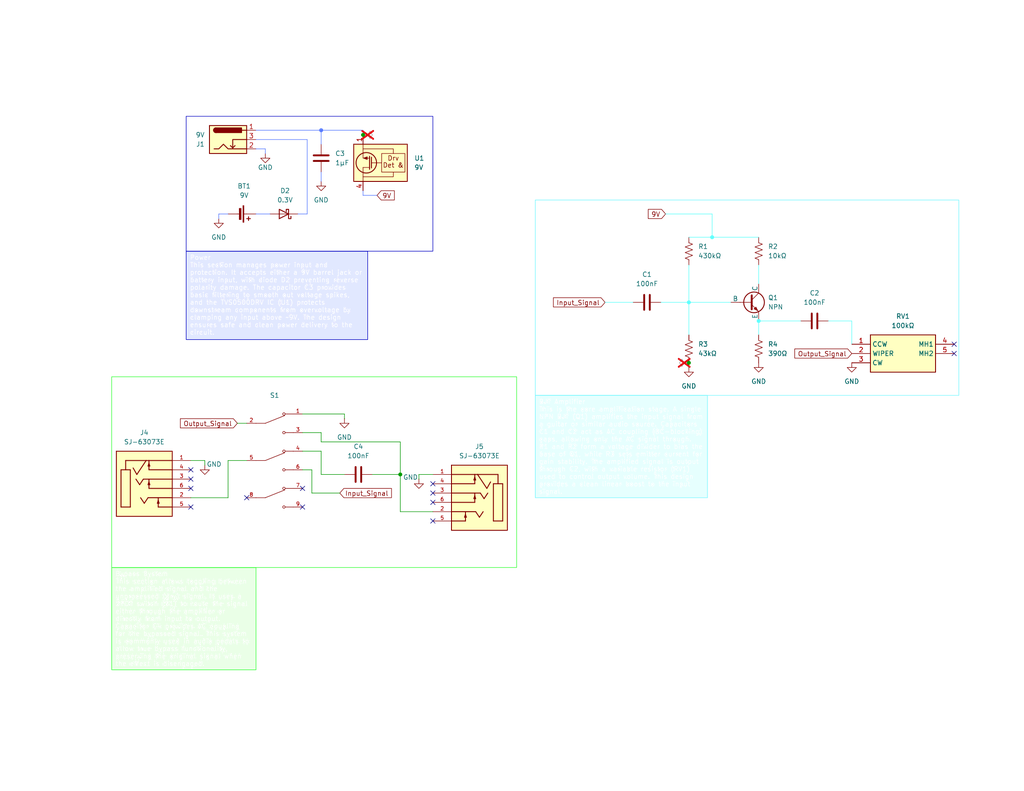
<source format=kicad_sch>
(kicad_sch (version 20250114) (generator "eeschema") (generator_version "9.0")
  (paper "A")
  (title_block (title "Linear Power Booster") (date "2025-06-23") (rev "1") (company "Robert Thomas") (comment 1 "true bypass switching, and power input protection.") (comment 2 "Linear guitar signal booster with BJT amplification, "))
  (lib_symbols
    (symbol "AUDIO JACK, 6.35 MM, HORIZONTAL,:SJ-63073E" (pin_names (offset 1.016))
      (property "Reference" "J" (at -7.62 8.382 0))
      (property "Value" "SJ-63073E" (at -7.62 -10.922 0))
      (symbol "SJ-63073E_0_0"
        (rectangle (start -7.62 -10.16) (end 7.62 7.62) (stroke (width 0.254)) (fill (type background)))
        (polyline (pts (xy -6.35 2.54) (xy -5.08 2.54)) (stroke (width 0.254)))
        (polyline (pts (xy -6.35 -7.62) (xy -6.35 2.54)) (stroke (width 0.254)))
        (polyline (pts (xy -5.08 5.08) (xy 0.508 5.08)) (stroke (width 0.254)))
        (polyline (pts (xy -5.08 2.54) (xy -5.08 5.08)) (stroke (width 0.254)))
        (polyline (pts (xy -5.08 2.54) (xy -3.81 2.54)) (stroke (width 0.254)))
        (polyline (pts (xy -3.81 2.54) (xy -3.81 -7.62)) (stroke (width 0.254)))
        (polyline (pts (xy -3.81 -7.62) (xy -6.35 -7.62)) (stroke (width 0.254)))
        (polyline (pts (xy -2.286 0) (xy -1.27 -1.524)) (stroke (width 0.254)))
        (polyline (pts (xy -2.032 1.27) (xy -3.048 3.048)) (stroke (width 0.254)))
        (polyline (pts (xy -1.27 -1.524) (xy -0.254 0)) (stroke (width 0.254)))
        (polyline (pts (xy -1.016 -5.08) (xy 0 -6.604)) (stroke (width 0.254)))
        (polyline (pts (xy -0.254 0) (xy 1.27 0)) (stroke (width 0.254)))
        (polyline (pts (xy 0 -6.604) (xy 1.016 -5.08)) (stroke (width 0.254)))
        (polyline (pts (xy 0.508 5.08) (xy -2.032 1.27)) (stroke (width 0.254)))
        (polyline (pts (xy 0.508 5.08) (xy 1.27 5.08)) (stroke (width 0.254)))
        (polyline (pts (xy 1.016 -5.08) (xy 3.81 -5.08)) (stroke (width 0.254)))
        (polyline (pts (xy 1.27 5.08) (xy 7.62 5.08)) (stroke (width 0.254)))
        (polyline (pts (xy 1.27 4.318) (xy 1.524 3.556) (xy 1.016 3.556) (xy 1.27 4.318)) (stroke (width 0.254)) (fill (type outline)))
        (polyline (pts (xy 1.27 2.54) (xy 1.27 5.08)) (stroke (width 0.254)))
        (polyline (pts (xy 1.27 2.54) (xy 7.62 2.54)) (stroke (width 0.254)))
        (polyline (pts (xy 1.27 0) (xy 7.62 0)) (stroke (width 0.254)))
        (polyline (pts (xy 1.27 -0.762) (xy 1.524 -1.524) (xy 1.016 -1.524) (xy 1.27 -0.762)) (stroke (width 0.254)) (fill (type outline)))
        (polyline (pts (xy 1.27 -2.54) (xy 1.27 0)) (stroke (width 0.254)))
        (polyline (pts (xy 1.27 -2.54) (xy 7.62 -2.54)) (stroke (width 0.254)))
        (polyline (pts (xy 3.81 -5.08) (xy 7.62 -5.08)) (stroke (width 0.254)))
        (polyline (pts (xy 3.81 -5.842) (xy 4.064 -6.604) (xy 3.556 -6.604) (xy 3.81 -5.842)) (stroke (width 0.254)) (fill (type outline)))
        (polyline (pts (xy 3.81 -7.62) (xy 3.81 -5.08)) (stroke (width 0.254)))
        (polyline (pts (xy 3.81 -7.62) (xy 7.62 -7.62)) (stroke (width 0.254)))
        (pin passive line (at 12.7 5.08 180) (length 5.08) (name "~") (number "1"))
        (pin passive line (at 12.7 2.54 180) (length 5.08) (name "~") (number "4"))
        (pin passive line (at 12.7 0 180) (length 5.08) (name "~") (number "3"))
        (pin passive line (at 12.7 -2.54 180) (length 5.08) (name "~") (number "6"))
        (pin passive line (at 12.7 -5.08 180) (length 5.08) (name "~") (number "2"))
        (pin passive line (at 12.7 -7.62 180) (length 5.08) (name "~") (number "5"))
      )
    )
    (symbol "Connector:Barrel_Jack_Switch" (pin_names (hide yes))
      (property "Reference" "J" (at 0 5.334 0))
      (property "Value" "Barrel_Jack_Switch" (at 0 -5.08 0))
      (symbol "Barrel_Jack_Switch_0_1"
        (rectangle (start -5.08 3.81) (end 5.08 -3.81) (stroke (width 0.254)) (fill (type background)))
        (polyline (pts (xy -3.81 -2.54) (xy -2.54 -2.54) (xy -1.27 -1.27) (xy 0 -2.54) (xy 2.54 -2.54) (xy 5.08 -2.54)) (stroke (width 0.254)))
        (arc (start -3.302 1.905) (mid -3.9343 2.54) (end -3.302 3.175) (stroke (width 0.254)))
        (arc (start -3.302 1.905) (mid -3.9343 2.54) (end -3.302 3.175) (stroke (width 0.254)) (fill (type outline)))
        (polyline (pts (xy 1.27 -2.286) (xy 1.905 -1.651)) (stroke (width 0.254)))
        (rectangle (start 3.683 3.175) (end -3.302 1.905) (stroke (width 0.254)) (fill (type outline)))
        (polyline (pts (xy 5.08 2.54) (xy 3.81 2.54)) (stroke (width 0.254)))
        (polyline (pts (xy 5.08 0) (xy 1.27 0) (xy 1.27 -2.286) (xy 0.635 -1.651)) (stroke (width 0.254)))
      )
      (symbol "Barrel_Jack_Switch_1_1"
        (pin passive line (at 7.62 2.54 180) (length 2.54) (name "~") (number "1"))
        (pin passive line (at 7.62 0 180) (length 2.54) (name "~") (number "3"))
        (pin passive line (at 7.62 -2.54 180) (length 2.54) (name "~") (number "2"))
      )
    )
    (symbol "Device:Battery_Cell" (pin_numbers (hide yes)) (pin_names (offset 0) (hide yes))
      (property "Reference" "BT" (at 2.54 2.54 0))
      (property "Value" "Battery_Cell" (at 2.54 0 0))
      (symbol "Battery_Cell_0_1"
        (rectangle (start -2.286 1.778) (end 2.286 1.524) (fill (type outline)))
        (rectangle (start -1.524 1.016) (end 1.524 0.508) (fill (type outline)))
        (polyline (pts (xy 0 1.778) (xy 0 2.54)))
        (polyline (pts (xy 0 0.762) (xy 0 0)))
        (polyline (pts (xy 0.762 3.048) (xy 1.778 3.048)) (stroke (width 0.254)))
        (polyline (pts (xy 1.27 3.556) (xy 1.27 2.54)) (stroke (width 0.254)))
      )
      (symbol "Battery_Cell_1_1"
        (pin passive line (at 0 5.08 270) (length 2.54) (name "+") (number "1"))
        (pin passive line (at 0 -2.54 90) (length 2.54) (name "-") (number "2"))
      )
    )
    (symbol "Device:C" (pin_numbers (hide yes)) (pin_names (offset 0.254))
      (property "Reference" "C" (at 0.635 2.54 0))
      (property "Value" "C" (at 0.635 -2.54 0))
      (symbol "C_0_1"
        (polyline (pts (xy -2.032 0.762) (xy 2.032 0.762)) (stroke (width 0.508)))
        (polyline (pts (xy -2.032 -0.762) (xy 2.032 -0.762)) (stroke (width 0.508)))
      )
      (symbol "C_1_1"
        (pin passive line (at 0 3.81 270) (length 2.794) (name "~") (number "1"))
        (pin passive line (at 0 -3.81 90) (length 2.794) (name "~") (number "2"))
      )
    )
    (symbol "Device:D_Schottky" (pin_numbers (hide yes)) (pin_names (offset 1.016) (hide yes))
      (property "Reference" "D" (at 0 2.54 0))
      (property "Value" "D_Schottky" (at 0 -2.54 0))
      (symbol "D_Schottky_0_1"
        (polyline (pts (xy -1.905 0.635) (xy -1.905 1.27) (xy -1.27 1.27) (xy -1.27 -1.27) (xy -0.635 -1.27) (xy -0.635 -0.635)) (stroke (width 0.254)))
        (polyline (pts (xy 1.27 1.27) (xy 1.27 -1.27) (xy -1.27 0) (xy 1.27 1.27)) (stroke (width 0.254)))
        (polyline (pts (xy 1.27 0) (xy -1.27 0)))
      )
      (symbol "D_Schottky_1_1"
        (pin passive line (at -3.81 0 0) (length 2.54) (name "K") (number "1"))
        (pin passive line (at 3.81 0 180) (length 2.54) (name "A") (number "2"))
      )
    )
    (symbol "Device:R_US" (pin_numbers (hide yes)) (pin_names (offset 0))
      (property "Reference" "R" (at 2.54 0 90))
      (property "Value" "R_US" (at -2.54 0 90))
      (symbol "R_US_0_1"
        (polyline (pts (xy 0 2.286) (xy 0 2.54)))
        (polyline (pts (xy 0 2.286) (xy 1.016 1.905) (xy 0 1.524) (xy -1.016 1.143) (xy 0 0.762)))
        (polyline (pts (xy 0 0.762) (xy 1.016 0.381) (xy 0 0) (xy -1.016 -0.381) (xy 0 -0.762)))
        (polyline (pts (xy 0 -0.762) (xy 1.016 -1.143) (xy 0 -1.524) (xy -1.016 -1.905) (xy 0 -2.286)))
        (polyline (pts (xy 0 -2.286) (xy 0 -2.54)))
      )
      (symbol "R_US_1_1"
        (pin passive line (at 0 3.81 270) (length 1.27) (name "~") (number "1"))
        (pin passive line (at 0 -3.81 90) (length 1.27) (name "~") (number "2"))
      )
    )
    (symbol "Potentiometers PANEL CONTROL - 9MM-ST-CARBON:PTV09A-4030F-A104"
      (property "Reference" "VR" (at 24.13 7.62 0))
      (property "Value" "PTV09A-4030F-A104" (at 24.13 5.08 0))
      (symbol "PTV09A-4030F-A104_1_1"
        (rectangle (start 5.08 2.54) (end 22.86 -7.62) (stroke (width 0.254)) (fill (type background)))
        (pin passive line (at 0 0 0) (length 5.08) (name "CCW") (number "1"))
        (pin passive line (at 0 -2.54 0) (length 5.08) (name "WIPER") (number "2"))
        (pin passive line (at 0 -5.08 0) (length 5.08) (name "CW") (number "3"))
        (pin passive line (at 27.94 0 180) (length 5.08) (name "MH1") (number "4"))
        (pin passive line (at 27.94 -2.54 180) (length 5.08) (name "MH2") (number "5"))
      )
    )
    (symbol "Power_Protection:TVS0500DRV" (pin_names (offset 0) (hide yes))
      (property "Reference" "U" (at 2.54 1.27 0))
      (property "Value" "TVS0500DRV" (at 2.54 -1.27 0))
      (symbol "TVS0500DRV_0_0"
        (rectangle (start -11.43 2.54) (end -5.08 -2.54))
        (polyline (pts (xy -8.255 2.54) (xy -8.255 3.81) (xy 0 3.81)))
        (polyline (pts (xy -8.255 -2.54) (xy -8.255 -3.81) (xy 0 -3.81)))
        (polyline (pts (xy 0 1.27) (xy -1.778 1.27)))
        (text "Det &" (at -8.255 0.635 0) (effects (font (size 1.27 1.27))))
        (text "Drv" (at -8.255 -1.27 0) (effects (font (size 1.27 1.27))))
      )
      (symbol "TVS0500DRV_0_1"
        (rectangle (start -12.065 5.08) (end 2.54 -5.08) (stroke (width 0.254)) (fill (type background)))
        (polyline (pts (xy -2.286 1.397) (xy -2.286 -1.524)) (stroke (width 0.254)))
        (polyline (pts (xy -2.286 0) (xy -5.08 0)))
        (polyline (pts (xy -1.778 1.778) (xy -1.778 -1.778)) (stroke (width 0.254)))
        (circle (center -0.889 0) (radius 2.794) (stroke (width 0.254)))
        (polyline (pts (xy -0.127 -1.27) (xy -1.143 -1.651) (xy -1.143 -0.889) (xy -0.127 -1.27)) (fill (type outline)))
        (polyline (pts (xy 0 5.08) (xy 0 2.54)))
        (polyline (pts (xy 0 2.54) (xy 0 1.27)))
        (polyline (pts (xy 0 -2.54) (xy 0 -5.08)))
        (polyline (pts (xy 0 -2.54) (xy 0 -1.27) (xy -1.778 -1.27)))
      )
      (symbol "TVS0500DRV_1_1"
        (pin passive line (at 0 7.62 270) (length 2.54) (name "IN") (number "4"))
        (pin passive line (at 0 7.62 270) (length 2.54) (hide yes) (name "IN") (number "5"))
        (pin passive line (at 0 7.62 270) (length 2.54) (hide yes) (name "IN") (number "6"))
        (pin power_in line (at 0 -7.62 90) (length 2.54) (name "GND") (number "1"))
        (pin passive line (at 0 -7.62 90) (length 2.54) (hide yes) (name "GND") (number "2"))
        (pin passive line (at 0 -7.62 90) (length 2.54) (hide yes) (name "GND") (number "3"))
        (pin passive line (at 0 -7.62 90) (length 2.54) (hide yes) (name "GND") (number "7"))
      )
    )
    (symbol "Simulation_SPICE:NPN" (pin_numbers (hide yes)) (pin_names (offset 0))
      (property "Reference" "Q" (at -2.54 7.62 0))
      (property "Value" "NPN" (at -2.54 5.08 0))
      (symbol "NPN_0_1"
        (polyline (pts (xy -2.54 0) (xy 0.635 0)) (stroke (width 0.1524)))
        (polyline (pts (xy 0.635 1.905) (xy 0.635 -1.905) (xy 0.635 -1.905)) (stroke (width 0.508)))
        (polyline (pts (xy 0.635 0.635) (xy 2.54 2.54)))
        (polyline (pts (xy 0.635 -0.635) (xy 2.54 -2.54) (xy 2.54 -2.54)))
        (circle (center 1.27 0) (radius 2.8194) (stroke (width 0.254)))
        (polyline (pts (xy 1.27 -1.778) (xy 1.778 -1.27) (xy 2.286 -2.286) (xy 1.27 -1.778) (xy 1.27 -1.778)) (fill (type outline)))
        (polyline (pts (xy 2.794 -1.27) (xy 2.794 -1.27)) (stroke (width 0.1524)))
        (polyline (pts (xy 2.794 -1.27) (xy 2.794 -1.27)) (stroke (width 0.1524)))
      )
      (symbol "NPN_1_1"
        (pin input line (at -5.08 0 0) (length 2.54) (name "B") (number "2"))
        (pin open_collector line (at 2.54 5.08 270) (length 2.54) (name "C") (number "1"))
        (pin open_emitter line (at 2.54 -5.08 90) (length 2.54) (name "E") (number "3"))
      )
    )
    (symbol "Stomp_Switch:FS57003PLT2B2M2QE" (pin_names (offset 1.016))
      (property "Reference" "S" (at -2.54 15.24 0))
      (property "Value" "FS57003PLT2B2M2QE" (at -2.54 -15.24 0))
      (symbol "FS57003PLT2B2M2QE_0_0"
        (polyline (pts (xy -2.54 10.16) (xy -5.08 10.16)) (stroke (width 0.1524)))
        (polyline (pts (xy -2.54 10.16) (xy 2.794 12.2936)) (stroke (width 0.1524)))
        (polyline (pts (xy -2.54 0) (xy -5.08 0)) (stroke (width 0.1524)))
        (polyline (pts (xy -2.54 0) (xy 2.794 2.1336)) (stroke (width 0.1524)))
        (polyline (pts (xy -2.54 -10.16) (xy -5.08 -10.16)) (stroke (width 0.1524)))
        (polyline (pts (xy -2.54 -10.16) (xy 2.794 -8.0264)) (stroke (width 0.1524)))
        (circle (center 2.54 12.7) (radius 0.3302) (stroke (width 0.1524)))
        (circle (center 2.54 7.62) (radius 0.3302) (stroke (width 0.1524)))
        (circle (center 2.54 2.54) (radius 0.3302) (stroke (width 0.1524)))
        (circle (center 2.54 -2.54) (radius 0.3302) (stroke (width 0.1524)))
        (circle (center 2.54 -7.62) (radius 0.3302) (stroke (width 0.1524)))
        (circle (center 2.54 -12.7) (radius 0.3302) (stroke (width 0.1524)))
        (polyline (pts (xy 5.08 12.7) (xy 2.921 12.7)) (stroke (width 0.1524)))
        (polyline (pts (xy 5.08 7.62) (xy 2.921 7.62)) (stroke (width 0.1524)))
        (polyline (pts (xy 5.08 2.54) (xy 2.921 2.54)) (stroke (width 0.1524)))
        (polyline (pts (xy 5.08 -2.54) (xy 2.921 -2.54)) (stroke (width 0.1524)))
        (polyline (pts (xy 5.08 -7.62) (xy 2.921 -7.62)) (stroke (width 0.1524)))
        (polyline (pts (xy 5.08 -12.7) (xy 2.921 -12.7)) (stroke (width 0.1524)))
        (pin passive line (at -7.62 10.16 0) (length 2.54) (name "~") (number "2"))
        (pin passive line (at -7.62 0 0) (length 2.54) (name "~") (number "5"))
        (pin passive line (at -7.62 -10.16 0) (length 2.54) (name "~") (number "8"))
        (pin passive line (at 7.62 12.7 180) (length 2.54) (name "~") (number "1"))
        (pin passive line (at 7.62 7.62 180) (length 2.54) (name "~") (number "3"))
        (pin passive line (at 7.62 2.54 180) (length 2.54) (name "~") (number "4"))
        (pin passive line (at 7.62 -2.54 180) (length 2.54) (name "~") (number "6"))
        (pin passive line (at 7.62 -7.62 180) (length 2.54) (name "~") (number "7"))
        (pin passive line (at 7.62 -12.7 180) (length 2.54) (name "~") (number "9"))
      )
    )
    (symbol "power:GND" (power) (pin_numbers (hide yes)) (pin_names (offset 0) (hide yes))
      (property "Value" "GND" (at 0 -3.81 0))
      (symbol "GND_0_1"
        (polyline (pts (xy 0 0) (xy 0 -1.27) (xy 1.27 -1.27) (xy 0 -2.54) (xy -1.27 -1.27) (xy 0 -1.27)))
      )
      (symbol "GND_1_1"
        (pin power_in line (at 0 0 270) (length 0) (name "~") (number "1"))
      )
    )
    (symbol "power:PWR_FLAG" (power) (pin_numbers (hide yes)) (pin_names (offset 0) (hide yes))
      (property "Value" "PWR_FLAG" (at 0 3.81 0))
      (symbol "PWR_FLAG_0_0"
        (pin power_out line (at 0 0 90) (length 0) (name "~") (number "1"))
      )
      (symbol "PWR_FLAG_0_1"
        (polyline (pts (xy 0 0) (xy 0 1.27) (xy -1.016 1.905) (xy 0 2.54) (xy 1.016 1.905) (xy 0 1.27)))
      )
    )
  )
  (rectangle (start 50.8 31.75) (end 118.11 68.58))
  (rectangle (start 30.48 102.87) (end 140.97 154.94) (stroke (width 0) (color 51 255 53 1)))
  (rectangle (start 146.05 54.61) (end 261.62 107.95) (stroke (width 0) (color 115 247 255 1)))
  (text_box "Power\nThis section manages power input and protection. It accepts either a 9V barrel jack or battery input, with diode D2 preventing reverse polarity damage. The capacitor C3 provides basic filtering to smooth out voltage spikes, and the TVS0500DRV IC (U1) protects downstream components from overvoltage by clamping any input above ~9V. The design ensures safe and clean power delivery to the circuit." (exclude_from_sim yes) (at 50.8 68.58 0) (size 49.53 24.13) (margins 0.9525 0.9525 0.9525 0.9525) (fill (type color) (color 82 118 255 0.17)) (effects (font (size 1.27 1.27) (thickness 0.1588)) (justify left top)))
  (text_box "Bypass System\nThis section allows toggling between the amplified signal and the unprocessed (dry) signal. It uses a 3PDT switch (S1) to route the signal either through the amplifier or directly from input to output. Capacitor C4 provides AC coupling for the bypassed signal. This system is commonly used in audio pedals to allow true bypass functionality, preserving the original signal when the effect is disengaged.\n" (at 30.48 154.94 0) (size 39.37 27.94) (margins 0.9525 0.9525 0.9525 0.9525) (stroke (width 0) (color 51 255 53 1)) (fill (type color) (color 77 255 50 0.12)) (effects (font (size 1.27 1.27)) (justify left top)))
  (text_box "BJT Amplifier\nThis is the core amplification stage. A single NPN BJT (Q1) amplifies the input signal from a guitar or similar audio source. Capacitors C1 and C2 act as AC coupling (DC-blocking) caps, allowing only the AC signal through. R1 and R2 form a voltage divider to bias the base of Q1, while R3 sets emitter current for gain stability. The amplified signal is output through C2, with a variable resistor (RV1) used to control output volume. This design provides a clean linear boost to the input signal.\n" (at 146.05 107.95 0) (size 46.99 27.94) (margins 0.9525 0.9525 0.9525 0.9525) (stroke (width 0) (color 115 247 255 1)) (fill (type color) (color 90 255 251 0.15)) (effects (font (size 1.27 1.27)) (justify left top)))
  (junction (at 99.06 36.83))
  (junction (at 87.63 35.56) (color 82 118 255 1))
  (junction (at 187.96 82.55) (color 90 255 251 1))
  (junction (at 187.96 99.06))
  (junction (at 194.31 64.77) (color 90 255 251 1))
  (junction (at 109.22 129.54))
  (junction (at 207.01 87.63) (color 90 255 251 1))
  (no_connect (at 260.35 93.98))
  (no_connect (at 118.11 142.24))
  (no_connect (at 52.07 133.35))
  (no_connect (at 52.07 138.43))
  (no_connect (at 52.07 128.27))
  (no_connect (at 82.55 133.35))
  (no_connect (at 67.31 135.89))
  (no_connect (at 260.35 96.52))
  (no_connect (at 52.07 130.81))
  (no_connect (at 118.11 132.08))
  (no_connect (at 118.11 137.16))
  (no_connect (at 82.55 138.43))
  (no_connect (at 118.11 134.62))
  (wire (pts (xy 69.85 35.56) (xy 87.63 35.56)) (stroke (width 0) (color 82 118 255 1)))
  (wire (pts (xy 109.22 120.65) (xy 109.22 129.54)))
  (wire (pts (xy 99.06 52.07) (xy 99.06 53.34)) (stroke (width 0) (color 82 118 255 1)))
  (wire (pts (xy 99.06 35.56) (xy 99.06 36.83)) (stroke (width 0) (color 82 118 255 1)))
  (wire (pts (xy 165.1 82.55) (xy 172.72 82.55)) (stroke (width 0) (color 90 255 251 1)))
  (wire (pts (xy 87.63 123.19) (xy 82.55 123.19)))
  (wire (pts (xy 59.69 58.42) (xy 62.23 58.42)) (stroke (width 0) (color 82 118 255 1)))
  (wire (pts (xy 207.01 72.39) (xy 207.01 77.47)) (stroke (width 0) (color 90 255 251 1)))
  (wire (pts (xy 87.63 35.56) (xy 99.06 35.56)) (stroke (width 0) (color 82 118 255 1)))
  (wire (pts (xy 87.63 118.11) (xy 82.55 118.11)))
  (wire (pts (xy 83.82 38.1) (xy 69.85 38.1)) (stroke (width 0) (color 82 118 255 1)))
  (wire (pts (xy 72.39 41.91) (xy 72.39 40.64)) (stroke (width 0) (color 82 118 255 1)))
  (wire (pts (xy 109.22 139.7) (xy 118.11 139.7)))
  (wire (pts (xy 187.96 72.39) (xy 187.96 82.55)) (stroke (width 0) (color 90 255 251 1)))
  (wire (pts (xy 59.69 59.69) (xy 59.69 58.42)) (stroke (width 0) (color 82 118 255 1)))
  (wire (pts (xy 55.88 125.73) (xy 55.88 127)))
  (wire (pts (xy 87.63 129.54) (xy 93.98 129.54)))
  (wire (pts (xy 194.31 64.77) (xy 207.01 64.77)) (stroke (width 0) (color 90 255 251 1)))
  (wire (pts (xy 207.01 87.63) (xy 207.01 91.44)) (stroke (width 0) (color 90 255 251 1)))
  (wire (pts (xy 52.07 135.89) (xy 62.23 135.89)))
  (wire (pts (xy 85.09 128.27) (xy 82.55 128.27)))
  (wire (pts (xy 85.09 134.62) (xy 92.71 134.62)))
  (wire (pts (xy 187.96 82.55) (xy 199.39 82.55)) (stroke (width 0) (color 90 255 251 1)))
  (wire (pts (xy 83.82 58.42) (xy 81.28 58.42)) (stroke (width 0) (color 82 118 255 1)))
  (wire (pts (xy 73.66 58.42) (xy 69.85 58.42)) (stroke (width 0) (color 82 118 255 1)))
  (wire (pts (xy 99.06 53.34) (xy 102.87 53.34)) (stroke (width 0) (color 82 118 255 1)))
  (wire (pts (xy 232.41 87.63) (xy 232.41 93.98)) (stroke (width 0) (color 90 255 251 1)))
  (wire (pts (xy 187.96 82.55) (xy 187.96 91.44)) (stroke (width 0) (color 90 255 251 1)))
  (wire (pts (xy 226.06 87.63) (xy 232.41 87.63)) (stroke (width 0) (color 90 255 251 1)))
  (wire (pts (xy 52.07 125.73) (xy 55.88 125.73)))
  (wire (pts (xy 72.39 40.64) (xy 69.85 40.64)) (stroke (width 0) (color 82 118 255 1)))
  (wire (pts (xy 87.63 35.56) (xy 87.63 39.37)) (stroke (width 0) (color 82 118 255 1)))
  (wire (pts (xy 109.22 129.54) (xy 109.22 139.7)))
  (wire (pts (xy 87.63 120.65) (xy 109.22 120.65)))
  (wire (pts (xy 101.6 129.54) (xy 109.22 129.54)))
  (wire (pts (xy 93.98 114.3) (xy 93.98 113.03)))
  (wire (pts (xy 207.01 87.63) (xy 218.44 87.63)) (stroke (width 0) (color 90 255 251 1)))
  (wire (pts (xy 64.77 115.57) (xy 67.31 115.57)))
  (wire (pts (xy 194.31 58.42) (xy 194.31 64.77)) (stroke (width 0) (color 90 255 251 1)))
  (wire (pts (xy 62.23 125.73) (xy 67.31 125.73)))
  (wire (pts (xy 114.3 130.81) (xy 114.3 129.54)))
  (wire (pts (xy 62.23 125.73) (xy 62.23 135.89)))
  (wire (pts (xy 187.96 64.77) (xy 194.31 64.77)) (stroke (width 0) (color 90 255 251 1)))
  (wire (pts (xy 187.96 100.33) (xy 187.96 99.06)))
  (wire (pts (xy 93.98 113.03) (xy 82.55 113.03)))
  (wire (pts (xy 83.82 58.42) (xy 83.82 38.1)) (stroke (width 0) (color 82 118 255 1)))
  (wire (pts (xy 87.63 46.99) (xy 87.63 49.53)) (stroke (width 0) (color 82 118 255 1)))
  (wire (pts (xy 85.09 128.27) (xy 85.09 134.62)))
  (wire (pts (xy 180.34 82.55) (xy 187.96 82.55)) (stroke (width 0) (color 90 255 251 1)))
  (wire (pts (xy 114.3 129.54) (xy 118.11 129.54)))
  (wire (pts (xy 87.63 120.65) (xy 87.63 118.11)))
  (wire (pts (xy 87.63 123.19) (xy 87.63 129.54)))
  (wire (pts (xy 181.61 58.42) (xy 194.31 58.42)) (stroke (width 0) (color 90 255 251 1)))
  (global_label "Output_Signal" (shape input) (at 64.77 115.57 180) (property "Intersheetrefs" "${INTERSHEET_REFS}" (effects (hide yes))))
  (global_label "9V" (shape input) (at 102.87 53.34 0) (property "Intersheetrefs" "${INTERSHEET_REFS}" (effects (hide yes))))
  (global_label "Input_Signal" (shape input) (at 165.1 82.55 180) (property "Intersheetrefs" "${INTERSHEET_REFS}" (effects (hide yes))))
  (global_label "9V" (shape input) (at 181.61 58.42 180) (property "Intersheetrefs" "${INTERSHEET_REFS}" (effects (hide yes))))
  (global_label "Input_Signal" (shape input) (at 92.71 134.62 0) (property "Intersheetrefs" "${INTERSHEET_REFS}" (effects (hide yes))))
  (global_label "Output_Signal" (shape input) (at 232.41 96.52 180) (property "Intersheetrefs" "${INTERSHEET_REFS}" (effects (hide yes))))
  (symbol (lib_id "Device:R_US") (at 187.96 68.58 0) (unit 1)
    (property "Reference" "R1" (at 190.5 67.3099 0) (effects (justify left)))
    (property "Value" "430kΩ" (at 190.5 69.8499 0) (effects (justify left)))
    (property "Footprint" "Resistor_THT:R_Axial_DIN0207_L6.3mm_D2.5mm_P10.16mm_Horizontal" (effects (hide yes)))
    (property "Description" "Resistor, US symbol" (effects (hide yes)))
  )
  (symbol (lib_id "power:GND") (at 59.69 59.69 0) (unit 1)
    (property "Reference" "#PWR04" (effects (hide yes)))
    (property "Value" "GND" (at 59.69 64.77 0))
    (property "Description" "Power symbol creates a global label with name \"GND\" , ground" (effects (hide yes)))
  )
  (symbol (lib_id "Potentiometers PANEL CONTROL - 9MM-ST-CARBON:PTV09A-4030F-A104") (at 232.41 93.98 0) (unit 1)
    (property "Reference" "RV1" (at 246.38 86.36 0))
    (property "Value" "100kΩ" (at 246.38 88.9 0))
    (property "Footprint" "PTV09A4030FA104" (effects (hide yes)))
    (property "Datasheet" "https://bourns.com/docs/Product-Datasheets/PTV09.pdf" (effects (hide yes)))
    (property "Description" "100k Ohm 1 Gang Logarithmic Through Hole, Snap In Potentiometer 1.0 Turns Carbon 0.05W, 1/20W PC Pins, Board Locks" (effects (hide yes)))
    (property "Height" "30.5" (effects (hide yes)))
    (property "Mouser Part Number" "652-PTV09A4030FA104" (effects (hide yes)))
    (property "Mouser Price/Stock" "https://www.mouser.co.uk/ProductDetail/Bourns/PTV09A-4030F-A104?qs=Zq5ylnUbLm73%2F6VuM9oVtw%3D%3D" (effects (hide yes)))
    (property "Manufacturer_Name" "Bourns" (effects (hide yes)))
    (property "Manufacturer_Part_Number" "PTV09A-4030F-A104" (effects (hide yes)))
  )
  (symbol (lib_id "Device:Battery_Cell") (at 64.77 58.42 270) (unit 1)
    (property "Reference" "BT1" (at 66.6115 50.8 90))
    (property "Value" "9V" (at 66.6115 53.34 90))
    (property "Footprint" "Battery:BatteryHolder_Eagle_12BH611-GR" (effects (hide yes)))
    (property "Description" "Single-cell battery" (effects (hide yes)))
  )
  (symbol (lib_id "Device:C") (at 176.53 82.55 90) (unit 1)
    (property "Reference" "C1" (at 176.53 74.93 90))
    (property "Value" "100nF" (at 176.53 77.47 90))
    (property "Footprint" "Capacitor_THT:C_Disc_D5.0mm_W2.5mm_P2.50mm" (effects (hide yes)))
    (property "Description" "Unpolarized capacitor" (effects (hide yes)))
  )
  (symbol (lib_id "AUDIO JACK, 6.35 MM, HORIZONTAL,:SJ-63073E") (at 39.37 130.81 0) (unit 1)
    (property "Reference" "J4" (at 39.37 118.11 0))
    (property "Value" "SJ-63073E" (at 39.37 120.65 0))
    (property "Footprint" "AUDIO JACK, 6.35 MM, HORIZONTAL,:CUI_SJ-63073E" (effects (hide yes)))
    (property "PARTREV" "1.0" (effects (hide yes)))
    (property "STANDARD" "Manufacturer Recommendations" (effects (hide yes)))
    (property "MAXIMUM_PACKAGE_HEIGHT" "15.7mm" (effects (hide yes)))
    (property "MANUFACTURER" "CUI Devices" (effects (hide yes)))
  )
  (symbol (lib_id "power:GND") (at 93.98 114.3 0) (unit 1)
    (property "Reference" "#PWR09" (effects (hide yes)))
    (property "Value" "GND" (at 93.98 119.38 0))
    (property "Description" "Power symbol creates a global label with name \"GND\" , ground" (effects (hide yes)))
  )
  (symbol (lib_id "power:GND") (at 207.01 99.06 0) (unit 1)
    (property "Reference" "#PWR02" (effects (hide yes)))
    (property "Value" "GND" (at 207.01 104.14 0))
    (property "Description" "Power symbol creates a global label with name \"GND\" , ground" (effects (hide yes)))
  )
  (symbol (lib_id "power:GND") (at 87.63 49.53 0) (unit 1)
    (property "Reference" "#PWR06" (effects (hide yes)))
    (property "Value" "GND" (at 87.63 54.61 0))
    (property "Description" "Power symbol creates a global label with name \"GND\" , ground" (effects (hide yes)))
  )
  (symbol (lib_id "Device:D_Schottky") (at 77.47 58.42 180) (unit 1)
    (property "Reference" "D2" (at 77.7875 52.07 0))
    (property "Value" "0.3V" (at 77.7875 54.61 0))
    (property "Footprint" "Diode_SMD:D_SMB" (effects (hide yes)))
    (property "Description" "Schottky diode" (effects (hide yes)))
  )
  (symbol (lib_id "power:GND") (at 232.41 99.06 0) (unit 1)
    (property "Reference" "#PWR03" (effects (hide yes)))
    (property "Value" "GND" (at 232.41 104.14 0))
    (property "Description" "Power symbol creates a global label with name \"GND\" , ground" (effects (hide yes)))
  )
  (symbol (lib_id "power:PWR_FLAG") (at 99.06 36.83 270) (unit 1) (in_bom no) (on_board no) (dnp yes)
    (property "Reference" "#FLG02" (effects (hide yes)))
    (property "Value" "PWR_FLAG" (effects (hide yes)))
    (property "Description" "Special symbol for telling ERC where power comes from" (effects (hide yes)))
  )
  (symbol (lib_id "power:PWR_FLAG") (at 187.96 99.06 90) (unit 1) (in_bom no) (on_board no) (dnp yes)
    (property "Reference" "#FLG01" (effects (hide yes)))
    (property "Value" "PWR_FLAG" (effects (hide yes)))
    (property "Description" "Special symbol for telling ERC where power comes from" (effects (hide yes)))
  )
  (symbol (lib_id "power:GND") (at 55.88 127 0) (unit 1)
    (property "Reference" "#PWR010" (effects (hide yes)))
    (property "Value" "GND" (at 58.42 126.746 0))
    (property "Description" "Power symbol creates a global label with name \"GND\" , ground" (effects (hide yes)))
  )
  (symbol (lib_id "Stomp_Switch:FS57003PLT2B2M2QE") (at 74.93 125.73 0) (unit 1)
    (property "Reference" "S1" (at 74.93 107.95 0))
    (property "Value" "FS57003PLT2B2M2QE" (effects (hide yes)))
    (property "Footprint" "Stomp_Switch:SW_FS57003PLT2B2M2QE" (effects (hide yes)))
    (property "PARTREV" "4.2.2018" (effects (hide yes)))
    (property "STANDARD" "Manufacturer Recommendations" (effects (hide yes)))
    (property "SNAPEDA_PN" "FS57003PLT2B2M2QE" (effects (hide yes)))
    (property "MAXIMUM_PACKAGE_HEIGHT" "38.2mm" (effects (hide yes)))
    (property "MANUFACTURER" "E-Switch" (effects (hide yes)))
  )
  (symbol (lib_id "Connector:Barrel_Jack_Switch") (at 62.23 38.1 0) (unit 1)
    (property "Reference" "J1" (at 55.88 39.3701 0) (effects (justify right)))
    (property "Value" "9V" (at 55.88 36.8301 0) (effects (justify right)))
    (property "Footprint" "Connector_BarrelJack:BarrelJack_CUI_PJ-079BH_Horizontal" (effects (hide yes)))
    (property "Description" "DC Barrel Jack with an internal switch" (effects (hide yes)))
  )
  (symbol (lib_id "Device:R_US") (at 207.01 68.58 0) (unit 1)
    (property "Reference" "R2" (at 209.55 67.3099 0) (effects (justify left)))
    (property "Value" "10kΩ" (at 209.55 69.8499 0) (effects (justify left)))
    (property "Footprint" "Resistor_THT:R_Axial_DIN0207_L6.3mm_D2.5mm_P10.16mm_Horizontal" (effects (hide yes)))
    (property "Description" "Resistor, US symbol" (effects (hide yes)))
  )
  (symbol (lib_id "Simulation_SPICE:NPN") (at 204.47 82.55 0) (unit 1)
    (property "Reference" "Q1" (at 209.55 81.2799 0) (effects (justify left)))
    (property "Value" "NPN" (at 209.55 83.8199 0) (effects (justify left)))
    (property "Footprint" "Package_TO_SOT_THT:TO-92_Inline" (effects (hide yes)))
    (property "Datasheet" "https://ngspice.sourceforge.io/docs/ngspice-html-manual/manual.xhtml#cha_BJTs" (effects (hide yes)))
    (property "Description" "Bipolar transistor symbol for simulation only, substrate tied to the emitter" (effects (hide yes)))
    (property "Sim.Device" "NPN" (effects (hide yes)))
    (property "Sim.Type" "GUMMELPOON" (effects (hide yes)))
    (property "Sim.Pins" "1=C 2=B 3=E" (effects (hide yes)))
  )
  (symbol (lib_id "power:GND") (at 114.3 130.81 0) (unit 1)
    (property "Reference" "#PWR011" (effects (hide yes)))
    (property "Value" "GND" (at 112.014 130.302 0))
    (property "Description" "Power symbol creates a global label with name \"GND\" , ground" (effects (hide yes)))
  )
  (symbol (lib_id "Device:C") (at 87.63 43.18 0) (unit 1)
    (property "Reference" "C3" (at 91.44 41.9099 0) (effects (justify left)))
    (property "Value" "1µF" (at 91.44 44.4499 0) (effects (justify left)))
    (property "Footprint" "Capacitor_THT:C_Disc_D5.0mm_W2.5mm_P2.50mm" (effects (hide yes)))
    (property "Description" "Unpolarized capacitor" (effects (hide yes)))
  )
  (symbol (lib_id "Device:C") (at 222.25 87.63 90) (unit 1)
    (property "Reference" "C2" (at 222.25 80.01 90))
    (property "Value" "100nF" (at 222.25 82.55 90))
    (property "Footprint" "Capacitor_THT:C_Disc_D5.0mm_W2.5mm_P2.50mm" (effects (hide yes)))
    (property "Description" "Unpolarized capacitor" (effects (hide yes)))
  )
  (symbol (lib_id "power:GND") (at 187.96 100.33 0) (unit 1)
    (property "Reference" "#PWR01" (effects (hide yes)))
    (property "Value" "GND" (at 187.96 105.41 0))
    (property "Description" "Power symbol creates a global label with name \"GND\" , ground" (effects (hide yes)))
  )
  (symbol (lib_id "Power_Protection:TVS0500DRV") (at 99.06 44.45 180) (unit 1)
    (property "Reference" "U1" (at 113.03 43.1799 0) (effects (justify right)))
    (property "Value" "9V" (at 113.03 45.7199 0) (effects (justify right)))
    (property "Footprint" "Package_SON:WSON-6-1EP_2x2mm_P0.65mm_EP1x1.6mm" (effects (hide yes)))
    (property "Datasheet" "http://www.ti.com/lit/ds/symlink/tvs0500.pdf" (effects (hide yes)))
    (property "Description" "Flat-Clamp Surge Protection Device. 5Vrwm, WSON-6" (effects (hide yes)))
  )
  (symbol (lib_id "power:GND") (at 72.39 41.91 0) (unit 1)
    (property "Reference" "#PWR05" (effects (hide yes)))
    (property "Value" "GND" (at 72.39 45.72 0))
    (property "Description" "Power symbol creates a global label with name \"GND\" , ground" (effects (hide yes)))
  )
  (symbol (lib_id "AUDIO JACK, 6.35 MM, HORIZONTAL,:SJ-63073E") (at 130.81 134.62 0) (mirror y) (unit 1)
    (property "Reference" "J5" (at 130.81 121.92 0))
    (property "Value" "SJ-63073E" (at 130.81 124.46 0))
    (property "Footprint" "AUDIO JACK, 6.35 MM, HORIZONTAL,:CUI_SJ-63073E" (effects (hide yes)))
    (property "PARTREV" "1.0" (effects (hide yes)))
    (property "STANDARD" "Manufacturer Recommendations" (effects (hide yes)))
    (property "MAXIMUM_PACKAGE_HEIGHT" "15.7mm" (effects (hide yes)))
    (property "MANUFACTURER" "CUI Devices" (effects (hide yes)))
  )
  (symbol (lib_id "Device:C") (at 97.79 129.54 90) (unit 1)
    (property "Reference" "C4" (at 97.79 121.92 90))
    (property "Value" "100nF" (at 97.79 124.46 90))
    (property "Footprint" "Capacitor_THT:C_Disc_D5.0mm_W2.5mm_P2.50mm" (effects (hide yes)))
    (property "Description" "Unpolarized capacitor" (effects (hide yes)))
  )
  (symbol (lib_id "Device:R_US") (at 187.96 95.25 0) (unit 1)
    (property "Reference" "R3" (at 190.5 93.9799 0) (effects (justify left)))
    (property "Value" "43kΩ" (at 190.5 96.5199 0) (effects (justify left)))
    (property "Footprint" "Resistor_THT:R_Axial_DIN0207_L6.3mm_D2.5mm_P10.16mm_Horizontal" (effects (hide yes)))
    (property "Description" "Resistor, US symbol" (effects (hide yes)))
  )
  (symbol (lib_id "Device:R_US") (at 207.01 95.25 0) (unit 1)
    (property "Reference" "R4" (at 209.55 93.9799 0) (effects (justify left)))
    (property "Value" "390Ω" (at 209.55 96.5199 0) (effects (justify left)))
    (property "Footprint" "Resistor_THT:R_Axial_DIN0207_L6.3mm_D2.5mm_P10.16mm_Horizontal" (effects (hide yes)))
    (property "Description" "Resistor, US symbol" (effects (hide yes)))
  )
)
</source>
